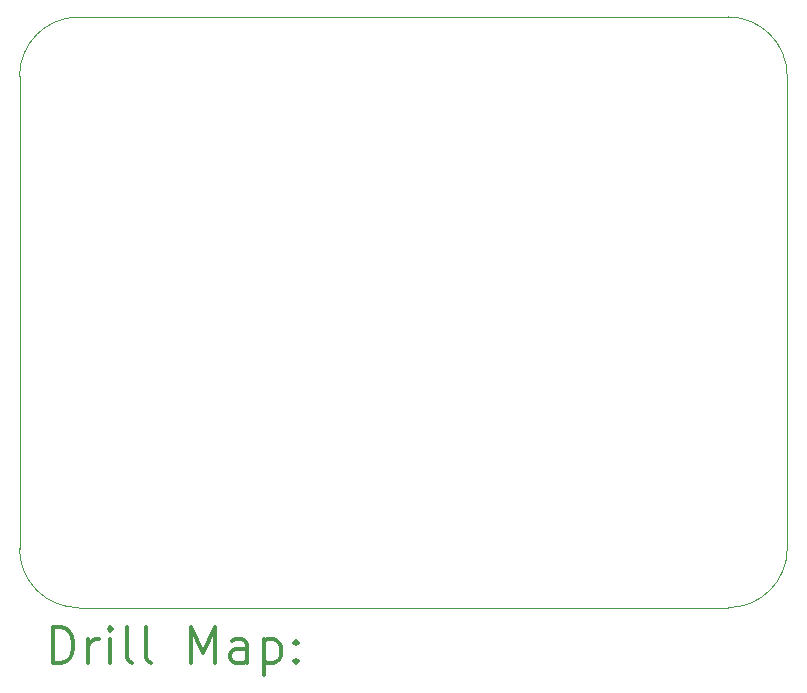
<source format=gbr>
%FSLAX45Y45*%
G04 Gerber Fmt 4.5, Leading zero omitted, Abs format (unit mm)*
G04 Created by KiCad (PCBNEW 5.1.12-84ad8e8a86~92~ubuntu20.04.1) date 2021-11-28 14:42:28*
%MOMM*%
%LPD*%
G01*
G04 APERTURE LIST*
%TA.AperFunction,Profile*%
%ADD10C,0.050000*%
%TD*%
%ADD11C,0.200000*%
%ADD12C,0.300000*%
G04 APERTURE END LIST*
D10*
X4300000Y-17300000D02*
G75*
G02*
X3800000Y-16800000I0J500000D01*
G01*
X10300000Y-16800000D02*
G75*
G02*
X9800000Y-17300000I-500000J0D01*
G01*
X9800000Y-12298999D02*
G75*
G02*
X10300000Y-12800000I0J-500001D01*
G01*
X3800000Y-12800000D02*
G75*
G02*
X4300000Y-12300000I500000J0D01*
G01*
X9800000Y-12298999D02*
X4300000Y-12300000D01*
X10300000Y-16800000D02*
X10300000Y-12800000D01*
X4300000Y-17300000D02*
X9800000Y-17300000D01*
X3800000Y-16800000D02*
X3800000Y-12800000D01*
D11*
D12*
X4083928Y-17768214D02*
X4083928Y-17468214D01*
X4155357Y-17468214D01*
X4198214Y-17482500D01*
X4226786Y-17511072D01*
X4241071Y-17539643D01*
X4255357Y-17596786D01*
X4255357Y-17639643D01*
X4241071Y-17696786D01*
X4226786Y-17725357D01*
X4198214Y-17753929D01*
X4155357Y-17768214D01*
X4083928Y-17768214D01*
X4383928Y-17768214D02*
X4383928Y-17568214D01*
X4383928Y-17625357D02*
X4398214Y-17596786D01*
X4412500Y-17582500D01*
X4441071Y-17568214D01*
X4469643Y-17568214D01*
X4569643Y-17768214D02*
X4569643Y-17568214D01*
X4569643Y-17468214D02*
X4555357Y-17482500D01*
X4569643Y-17496786D01*
X4583928Y-17482500D01*
X4569643Y-17468214D01*
X4569643Y-17496786D01*
X4755357Y-17768214D02*
X4726786Y-17753929D01*
X4712500Y-17725357D01*
X4712500Y-17468214D01*
X4912500Y-17768214D02*
X4883928Y-17753929D01*
X4869643Y-17725357D01*
X4869643Y-17468214D01*
X5255357Y-17768214D02*
X5255357Y-17468214D01*
X5355357Y-17682500D01*
X5455357Y-17468214D01*
X5455357Y-17768214D01*
X5726786Y-17768214D02*
X5726786Y-17611072D01*
X5712500Y-17582500D01*
X5683928Y-17568214D01*
X5626786Y-17568214D01*
X5598214Y-17582500D01*
X5726786Y-17753929D02*
X5698214Y-17768214D01*
X5626786Y-17768214D01*
X5598214Y-17753929D01*
X5583928Y-17725357D01*
X5583928Y-17696786D01*
X5598214Y-17668214D01*
X5626786Y-17653929D01*
X5698214Y-17653929D01*
X5726786Y-17639643D01*
X5869643Y-17568214D02*
X5869643Y-17868214D01*
X5869643Y-17582500D02*
X5898214Y-17568214D01*
X5955357Y-17568214D01*
X5983928Y-17582500D01*
X5998214Y-17596786D01*
X6012500Y-17625357D01*
X6012500Y-17711072D01*
X5998214Y-17739643D01*
X5983928Y-17753929D01*
X5955357Y-17768214D01*
X5898214Y-17768214D01*
X5869643Y-17753929D01*
X6141071Y-17739643D02*
X6155357Y-17753929D01*
X6141071Y-17768214D01*
X6126786Y-17753929D01*
X6141071Y-17739643D01*
X6141071Y-17768214D01*
X6141071Y-17582500D02*
X6155357Y-17596786D01*
X6141071Y-17611072D01*
X6126786Y-17596786D01*
X6141071Y-17582500D01*
X6141071Y-17611072D01*
M02*

</source>
